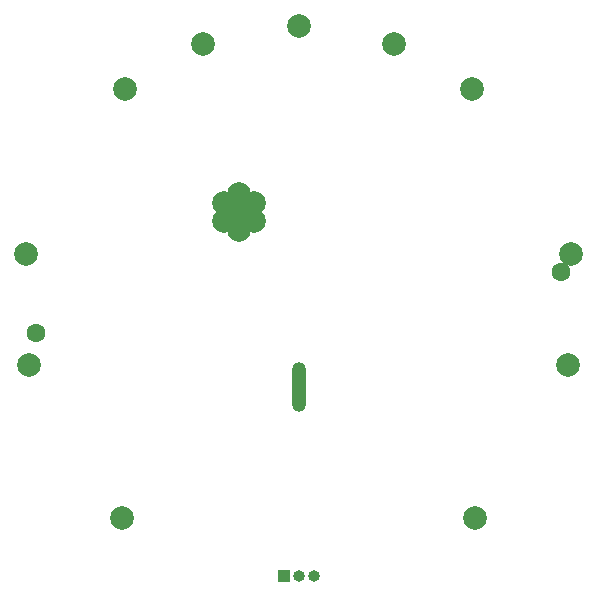
<source format=gbs>
%TF.GenerationSoftware,KiCad,Pcbnew,8.0.8*%
%TF.CreationDate,2025-02-15T12:27:40-06:00*%
%TF.ProjectId,reverse,72657665-7273-4652-9e6b-696361645f70,rev?*%
%TF.SameCoordinates,Original*%
%TF.FileFunction,Soldermask,Bot*%
%TF.FilePolarity,Negative*%
%FSLAX46Y46*%
G04 Gerber Fmt 4.6, Leading zero omitted, Abs format (unit mm)*
G04 Created by KiCad (PCBNEW 8.0.8) date 2025-02-15 12:27:40*
%MOMM*%
%LPD*%
G01*
G04 APERTURE LIST*
%ADD10C,2.000000*%
%ADD11R,1.000000X1.000000*%
%ADD12O,1.000000X1.000000*%
%ADD13C,1.600000*%
%ADD14O,1.200000X4.200000*%
G04 APERTURE END LIST*
D10*
%TO.C,stitch1*%
X26924000Y-95758000D03*
%TD*%
%TO.C,stitch1*%
X41910000Y-77978000D03*
%TD*%
D11*
%TO.C,J1*%
X48725000Y-123000000D03*
D12*
X49995001Y-123000000D03*
X51265000Y-123000000D03*
%TD*%
D10*
%TO.C,stitch1*%
X27178000Y-105156000D03*
%TD*%
%TO.C,through-r1*%
X44958000Y-92202000D03*
%TD*%
%TO.C,stitch1*%
X35306000Y-81788000D03*
%TD*%
%TO.C,stitch1*%
X35052000Y-118110000D03*
%TD*%
%TO.C,stitch1*%
X64948000Y-118110000D03*
%TD*%
%TO.C,stitch1*%
X73076000Y-95758000D03*
%TD*%
D13*
%TO.C,align-r1*%
X27800000Y-102400000D03*
%TD*%
D10*
%TO.C,through-r6*%
X43658961Y-92952000D03*
%TD*%
%TO.C,through-r4*%
X46257038Y-92952000D03*
%TD*%
D13*
%TO.C,align-r2*%
X72200000Y-97300000D03*
%TD*%
D10*
%TO.C,through-r2*%
X44958000Y-90702000D03*
%TD*%
%TO.C,through-r7*%
X43658961Y-91452000D03*
%TD*%
%TO.C,through-r3*%
X46257038Y-91452000D03*
%TD*%
%TO.C,through-r5*%
X44958000Y-93702000D03*
%TD*%
D14*
%TO.C,battery-eject1*%
X50000000Y-107000000D03*
%TD*%
D10*
%TO.C,stitch1*%
X64694000Y-81788000D03*
%TD*%
%TO.C,stitch1*%
X72822000Y-105156000D03*
%TD*%
%TO.C,stitch1*%
X58090000Y-77978000D03*
%TD*%
%TO.C,stitch1*%
X50038000Y-76454000D03*
%TD*%
M02*

</source>
